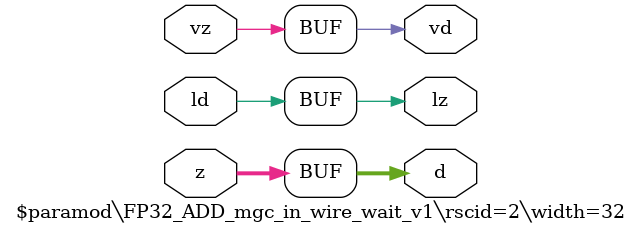
<source format=v>
module \$paramod\FP32_ADD_mgc_in_wire_wait_v1\rscid=2\width=32 (ld, vd, d, lz, vz, z);
  (* src = "./vmod/vlibs/HLS_fp32_add.v:14" *)
  output [31:0] d;
  (* src = "./vmod/vlibs/HLS_fp32_add.v:12" *)
  input ld;
  (* src = "./vmod/vlibs/HLS_fp32_add.v:15" *)
  output lz;
  (* src = "./vmod/vlibs/HLS_fp32_add.v:13" *)
  output vd;
  (* src = "./vmod/vlibs/HLS_fp32_add.v:16" *)
  input vz;
  (* src = "./vmod/vlibs/HLS_fp32_add.v:17" *)
  input [31:0] z;
  assign d = z;
  assign lz = ld;
  assign vd = vz;
endmodule

</source>
